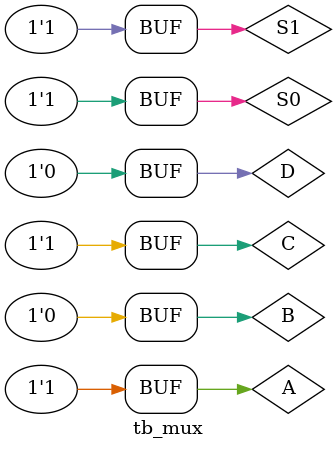
<source format=v>
`timescale 1ns / 1ps


module tb_mux;
reg A,B,C,D,S0,S1;
wire Y;

mux_try_4x1 uut(.A(A),.B(B),.C(C),.D(D),.S0(S0),.S1(S1),.Y(Y));

initial begin
A = 1;
B = 0;
C = 1;
D = 0;

S0 = 0;
S1 = 0;
#100
S0 = 1;
S1 = 0;
#100
S0 = 0;
S1 = 1;
#100
S0 = 1;
S1 = 1;
end
endmodule

</source>
